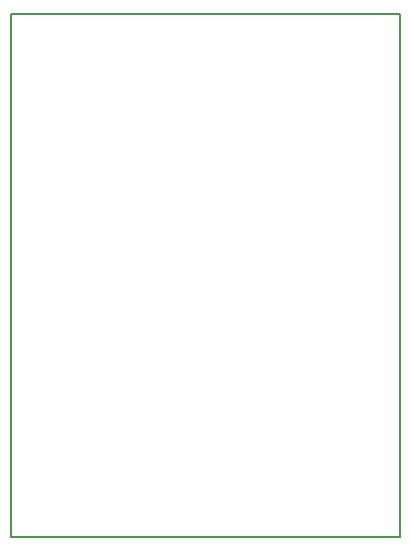
<source format=gm1>
G04 MADE WITH FRITZING*
G04 WWW.FRITZING.ORG*
G04 DOUBLE SIDED*
G04 HOLES PLATED*
G04 CONTOUR ON CENTER OF CONTOUR VECTOR*
%ASAXBY*%
%FSLAX23Y23*%
%MOIN*%
%OFA0B0*%
%SFA1.0B1.0*%
%ADD10R,1.304260X1.748610*%
%ADD11C,0.008000*%
%ADD10C,0.008*%
%LNCONTOUR*%
G90*
G70*
G54D10*
G54D11*
X4Y1745D02*
X1300Y1745D01*
X1300Y4D01*
X4Y4D01*
X4Y1745D01*
D02*
G04 End of contour*
M02*
</source>
